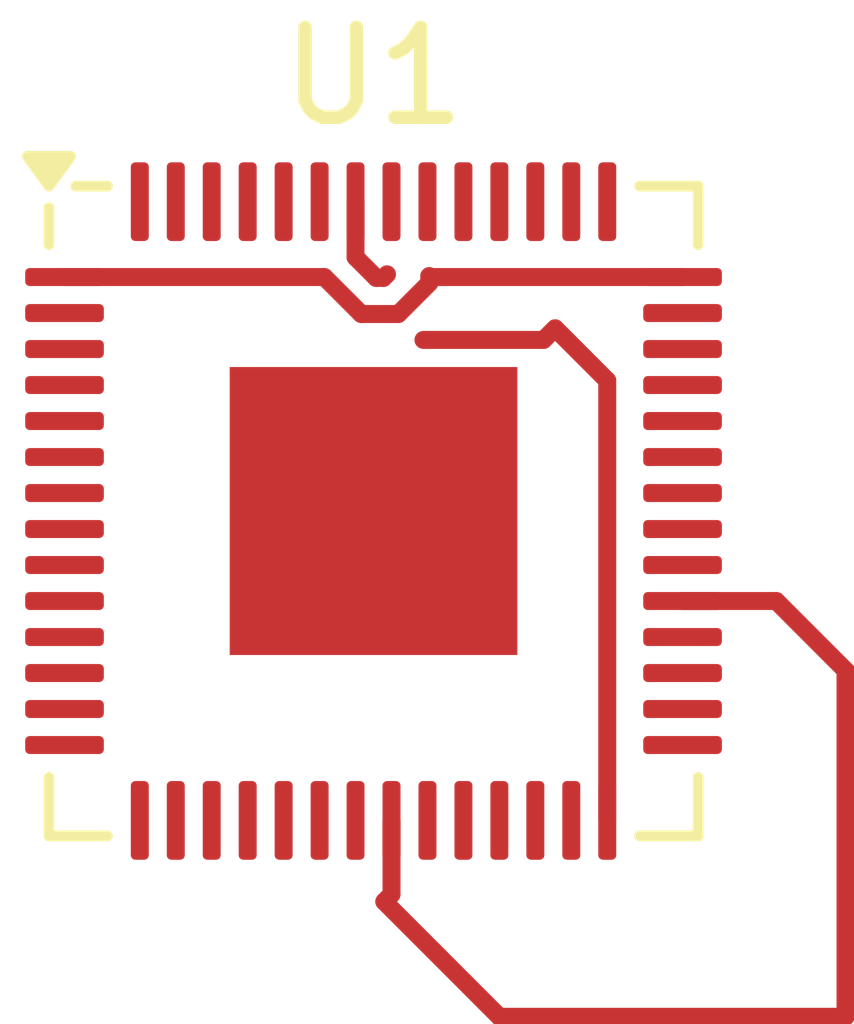
<source format=kicad_pcb>
(kicad_pcb (version 20241229) (generator "pcbnew") (generator_version "9.0")
  (layers (0 "F.Cu" signal) (2 "B.Cu" signal) (13 "F.Paste" user) (15 "B.Paste" user) (5 "F.SilkS" user "F.Silkscreen") (7 "B.SilkS" user "B.Silkscreen") (1 "F.Mask" user) (3 "B.Mask" user) (25 "Edge.Cuts" user))
  (net 0 "")
  (net 5 "Net-(U1-DVDD-Pad23)")
  (net 7 "Net-(U1-IOVDD-Pad1)")
  (net 50 "Net-(U1-GPIO17)")
  (footprint "Package_DFN_QFN:QFN-56-1EP_7x7mm_P0.4mm_EP3.2x3.2mm" (layer "F.Cu") (at 114.7 39.2)
    (property "Reference" "U1" (at 0 -4.83 0) (layer "F.SilkS"))
    (property "Value" "RP2040")
    (fp_line (start -3.61 -2.96) (end -3.61 -3.37) (stroke (width 0.12)) (layer "F.SilkS"))
    (fp_line (start -3.61 3.61) (end -3.61 2.96) (stroke (width 0.12)) (layer "F.SilkS"))
    (fp_line (start -2.96 -3.61) (end -3.31 -3.61) (stroke (width 0.12)) (layer "F.SilkS"))
    (fp_line (start -2.96 3.61) (end -3.61 3.61) (stroke (width 0.12)) (layer "F.SilkS"))
    (fp_line (start 2.96 -3.61) (end 3.61 -3.61) (stroke (width 0.12)) (layer "F.SilkS"))
    (fp_line (start 2.96 3.61) (end 3.61 3.61) (stroke (width 0.12)) (layer "F.SilkS"))
    (fp_line (start 3.61 -3.61) (end 3.61 -2.96) (stroke (width 0.12)) (layer "F.SilkS"))
    (fp_line (start 3.61 3.61) (end 3.61 2.96) (stroke (width 0.12)) (layer "F.SilkS"))
    (fp_poly (pts (xy -3.61 -3.61) (xy -3.85 -3.94) (xy -3.37 -3.94) (xy -3.61 -3.61)) (stroke (width 0.12)) (fill yes) (layer "F.SilkS"))
    (pad "1" smd roundrect (at -3.4375 -2.6) (size 0.875 0.2) (layers "F.Cu" "F.Mask" "F.Paste") (net 7 "Net-(U1-IOVDD-Pad1)"))
    (pad "2" smd roundrect (at -3.4375 -2.2) (size 0.875 0.2) (layers "F.Cu" "F.Mask" "F.Paste"))
    (pad "3" smd roundrect (at -3.4375 -1.8) (size 0.875 0.2) (layers "F.Cu" "F.Mask" "F.Paste"))
    (pad "4" smd roundrect (at -3.4375 -1.4) (size 0.875 0.2) (layers "F.Cu" "F.Mask" "F.Paste"))
    (pad "5" smd roundrect (at -3.4375 -1) (size 0.875 0.2) (layers "F.Cu" "F.Mask" "F.Paste"))
    (pad "6" smd roundrect (at -3.4375 -0.6) (size 0.875 0.2) (layers "F.Cu" "F.Mask" "F.Paste"))
    (pad "7" smd roundrect (at -3.4375 -0.2) (size 0.875 0.2) (layers "F.Cu" "F.Mask" "F.Paste"))
    (pad "8" smd roundrect (at -3.4375 0.2) (size 0.875 0.2) (layers "F.Cu" "F.Mask" "F.Paste"))
    (pad "9" smd roundrect (at -3.4375 0.6) (size 0.875 0.2) (layers "F.Cu" "F.Mask" "F.Paste"))
    (pad "10" smd roundrect (at -3.4375 1) (size 0.875 0.2) (layers "F.Cu" "F.Mask" "F.Paste") (net 7 "Net-(U1-IOVDD-Pad1)"))
    (pad "11" smd roundrect (at -3.4375 1.4) (size 0.875 0.2) (layers "F.Cu" "F.Mask" "F.Paste"))
    (pad "12" smd roundrect (at -3.4375 1.8) (size 0.875 0.2) (layers "F.Cu" "F.Mask" "F.Paste"))
    (pad "13" smd roundrect (at -3.4375 2.2) (size 0.875 0.2) (layers "F.Cu" "F.Mask" "F.Paste"))
    (pad "14" smd roundrect (at -3.4375 2.6) (size 0.875 0.2) (layers "F.Cu" "F.Mask" "F.Paste"))
    (pad "15" smd roundrect (at -2.6 3.4375) (size 0.2 0.875) (layers "F.Cu" "F.Mask" "F.Paste"))
    (pad "16" smd roundrect (at -2.2 3.4375) (size 0.2 0.875) (layers "F.Cu" "F.Mask" "F.Paste"))
    (pad "17" smd roundrect (at -1.8 3.4375) (size 0.2 0.875) (layers "F.Cu" "F.Mask" "F.Paste"))
    (pad "18" smd roundrect (at -1.4 3.4375) (size 0.2 0.875) (layers "F.Cu" "F.Mask" "F.Paste"))
    (pad "19" smd roundrect (at -1 3.4375) (size 0.2 0.875) (layers "F.Cu" "F.Mask" "F.Paste"))
    (pad "20" smd roundrect (at -0.6 3.4375) (size 0.2 0.875) (layers "F.Cu" "F.Mask" "F.Paste"))
    (pad "21" smd roundrect (at -0.2 3.4375) (size 0.2 0.875) (layers "F.Cu" "F.Mask" "F.Paste"))
    (pad "22" smd roundrect (at 0.2 3.4375) (size 0.2 0.875) (layers "F.Cu" "F.Mask" "F.Paste") (net 7 "Net-(U1-IOVDD-Pad1)"))
    (pad "23" smd roundrect (at 0.6 3.4375) (size 0.2 0.875) (layers "F.Cu" "F.Mask" "F.Paste") (net 5 "Net-(U1-DVDD-Pad23)"))
    (pad "24" smd roundrect (at 1 3.4375) (size 0.2 0.875) (layers "F.Cu" "F.Mask" "F.Paste"))
    (pad "25" smd roundrect (at 1.4 3.4375) (size 0.2 0.875) (layers "F.Cu" "F.Mask" "F.Paste"))
    (pad "26" smd roundrect (at 1.8 3.4375) (size 0.2 0.875) (layers "F.Cu" "F.Mask" "F.Paste"))
    (pad "27" smd roundrect (at 2.2 3.4375) (size 0.2 0.875) (layers "F.Cu" "F.Mask" "F.Paste"))
    (pad "28" smd roundrect (at 2.6 3.4375) (size 0.2 0.875) (layers "F.Cu" "F.Mask" "F.Paste") (net 50 "Net-(U1-GPIO17)"))
    (pad "29" smd roundrect (at 3.4375 2.6) (size 0.875 0.2) (layers "F.Cu" "F.Mask" "F.Paste"))
    (pad "30" smd roundrect (at 3.4375 2.2) (size 0.875 0.2) (layers "F.Cu" "F.Mask" "F.Paste"))
    (pad "31" smd roundrect (at 3.4375 1.8) (size 0.875 0.2) (layers "F.Cu" "F.Mask" "F.Paste"))
    (pad "32" smd roundrect (at 3.4375 1.4) (size 0.875 0.2) (layers "F.Cu" "F.Mask" "F.Paste"))
    (pad "33" smd roundrect (at 3.4375 1) (size 0.875 0.2) (layers "F.Cu" "F.Mask" "F.Paste") (net 7 "Net-(U1-IOVDD-Pad1)"))
    (pad "34" smd roundrect (at 3.4375 0.6) (size 0.875 0.2) (layers "F.Cu" "F.Mask" "F.Paste"))
    (pad "35" smd roundrect (at 3.4375 0.2) (size 0.875 0.2) (layers "F.Cu" "F.Mask" "F.Paste"))
    (pad "36" smd roundrect (at 3.4375 -0.2) (size 0.875 0.2) (layers "F.Cu" "F.Mask" "F.Paste"))
    (pad "37" smd roundrect (at 3.4375 -0.6) (size 0.875 0.2) (layers "F.Cu" "F.Mask" "F.Paste"))
    (pad "38" smd roundrect (at 3.4375 -1) (size 0.875 0.2) (layers "F.Cu" "F.Mask" "F.Paste"))
    (pad "39" smd roundrect (at 3.4375 -1.4) (size 0.875 0.2) (layers "F.Cu" "F.Mask" "F.Paste"))
    (pad "40" smd roundrect (at 3.4375 -1.8) (size 0.875 0.2) (layers "F.Cu" "F.Mask" "F.Paste"))
    (pad "41" smd roundrect (at 3.4375 -2.2) (size 0.875 0.2) (layers "F.Cu" "F.Mask" "F.Paste"))
    (pad "42" smd roundrect (at 3.4375 -2.6) (size 0.875 0.2) (layers "F.Cu" "F.Mask" "F.Paste") (net 7 "Net-(U1-IOVDD-Pad1)"))
    (pad "43" smd roundrect (at 2.6 -3.4375) (size 0.2 0.875) (layers "F.Cu" "F.Mask" "F.Paste"))
    (pad "44" smd roundrect (at 2.2 -3.4375) (size 0.2 0.875) (layers "F.Cu" "F.Mask" "F.Paste"))
    (pad "45" smd roundrect (at 1.8 -3.4375) (size 0.2 0.875) (layers "F.Cu" "F.Mask" "F.Paste"))
    (pad "46" smd roundrect (at 1.4 -3.4375) (size 0.2 0.875) (layers "F.Cu" "F.Mask" "F.Paste"))
    (pad "47" smd roundrect (at 1 -3.4375) (size 0.2 0.875) (layers "F.Cu" "F.Mask" "F.Paste"))
    (pad "48" smd roundrect (at 0.6 -3.4375) (size 0.2 0.875) (layers "F.Cu" "F.Mask" "F.Paste"))
    (pad "49" smd roundrect (at 0.2 -3.4375) (size 0.2 0.875) (layers "F.Cu" "F.Mask" "F.Paste") (net 7 "Net-(U1-IOVDD-Pad1)"))
    (pad "50" smd roundrect (at -0.2 -3.4375) (size 0.2 0.875) (layers "F.Cu" "F.Mask" "F.Paste") (net 5 "Net-(U1-DVDD-Pad23)"))
    (pad "51" smd roundrect (at -0.6 -3.4375) (size 0.2 0.875) (layers "F.Cu" "F.Mask" "F.Paste"))
    (pad "52" smd roundrect (at -1 -3.4375) (size 0.2 0.875) (layers "F.Cu" "F.Mask" "F.Paste"))
    (pad "53" smd roundrect (at -1.4 -3.4375) (size 0.2 0.875) (layers "F.Cu" "F.Mask" "F.Paste") (net 50 "Net-(U1-GPIO17)"))
    (pad "54" smd roundrect (at -1.8 -3.4375) (size 0.2 0.875) (layers "F.Cu" "F.Mask" "F.Paste"))
    (pad "55" smd roundrect (at -2.2 -3.4375) (size 0.2 0.875) (layers "F.Cu" "F.Mask" "F.Paste"))
    (pad "56" smd roundrect (at -2.6 -3.4375) (size 0.2 0.875) (layers "F.Cu" "F.Mask" "F.Paste"))
    (pad "57" smd rect (at 0 0) (size 3.2 3.2) (property pad_prop_heatsink) (layers "F.Cu" "F.Mask"))
  )
  (segment (start 114.5 35.7625) (end 114.5 36.38) (width 0.2) (layer "F.Cu") (net 5))
  (segment (start 114.81 36.61) (end 114.85 36.57) (width 0.2) (layer "F.Cu") (net 5))
  (segment (start 114.73 36.61) (end 114.81 36.61) (width 0.2) (layer "F.Cu") (net 5))
  (segment (start 114.5 36.38) (end 114.73 36.61) (width 0.2) (layer "F.Cu") (net 5))
  (segment (start 119.95 40.99) (end 119.95 44.82) (width 0.2) (layer "F.Cu") (net 7))
  (segment (start 119.96 40.98) (end 119.95 40.99) (width 0.2) (layer "F.Cu") (net 7))
  (segment (start 115.32 36.6671) (end 115.32 36.59) (width 0.2) (layer "F.Cu") (net 7))
  (segment (start 119.18 40.2) (end 119.96 40.98) (width 0.2) (layer "F.Cu") (net 7))
  (segment (start 111.2625 36.6) (end 114.1529 36.6) (width 0.2) (layer "F.Cu") (net 7))
  (segment (start 114.1529 36.6) (end 114.5639 37.011) (width 0.2) (layer "F.Cu") (net 7))
  (segment (start 114.5639 37.011) (end 114.9761 37.011) (width 0.2) (layer "F.Cu") (net 7))
  (segment (start 115.32 36.59) (end 115.33 36.6) (width 0.2) (layer "F.Cu") (net 7))
  (segment (start 118.1375 40.2) (end 119.18 40.2) (width 0.2) (layer "F.Cu") (net 7))
  (segment (start 115.33 36.6) (end 118.1375 36.6) (width 0.2) (layer "F.Cu") (net 7))
  (segment (start 116.1 44.82) (end 114.82 43.54) (width 0.2) (layer "F.Cu") (net 7))
  (segment (start 114.9 43.46) (end 114.9 42.6375) (width 0.2) (layer "F.Cu") (net 7))
  (segment (start 119.95 44.82) (end 116.1 44.82) (width 0.2) (layer "F.Cu") (net 7))
  (segment (start 114.9761 37.011) (end 115.32 36.6671) (width 0.2) (layer "F.Cu") (net 7))
  (segment (start 114.82 43.54) (end 114.9 43.46) (width 0.2) (layer "F.Cu") (net 7))
  (segment (start 116.72 37.17) (end 116.591 37.299) (width 0.2) (layer "F.Cu") (net 50))
  (segment (start 117.3 37.75) (end 116.72 37.17) (width 0.2) (layer "F.Cu") (net 50))
  (segment (start 117.3 42.6375) (end 117.3 37.75) (width 0.2) (layer "F.Cu") (net 50))
  (segment (start 116.591 37.299) (end 115.2552 37.299) (width 0.2) (layer "F.Cu") (net 50))
)
</source>
